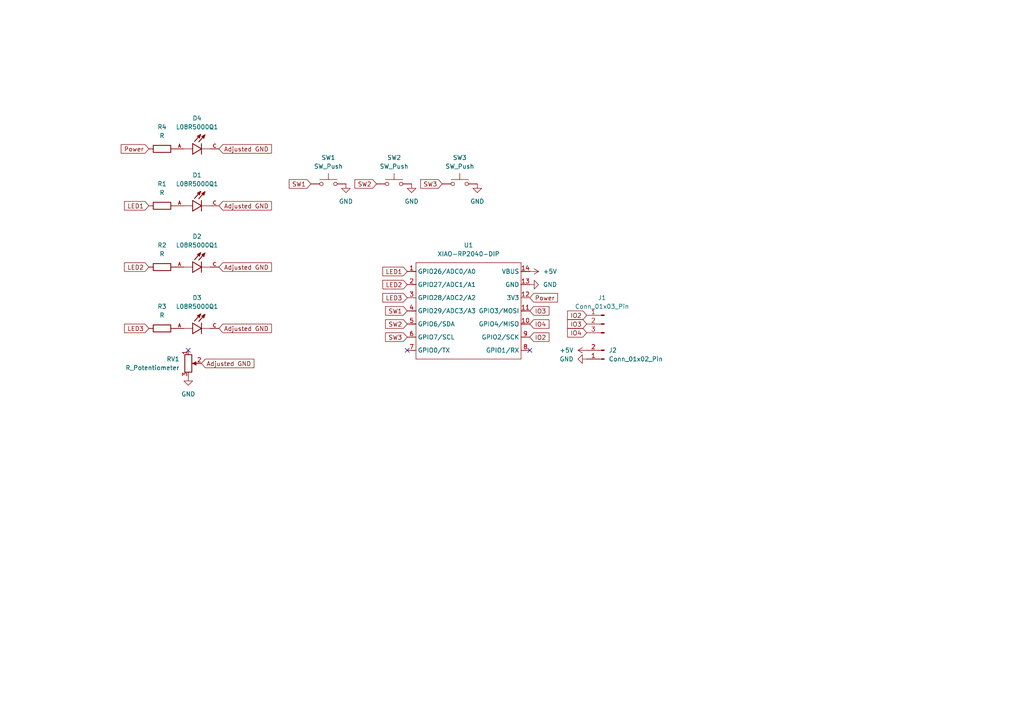
<source format=kicad_sch>
(kicad_sch (version 20250114) (generator "eeschema") (generator_version "9.0")
  (paper "A4")
  (lib_symbols
    (symbol "Connector:Conn_01x02_Pin" (pin_names (offset 1.016) (hide yes))
      (property "Reference" "J" (at 0 2.54 0))
      (property "Value" "Conn_01x02_Pin" (at 0 -5.08 0))
      (symbol "Conn_01x02_Pin_1_1"
        (rectangle (start 0.8636 0.127) (end 0 -0.127) (stroke (width 0.1524)) (fill (type outline)))
        (rectangle (start 0.8636 -2.413) (end 0 -2.667) (stroke (width 0.1524)) (fill (type outline)))
        (polyline (pts (xy 1.27 0) (xy 0.8636 0)) (stroke (width 0.1524)))
        (polyline (pts (xy 1.27 -2.54) (xy 0.8636 -2.54)) (stroke (width 0.1524)))
        (pin passive line (at 5.08 0 180) (length 3.81) (name "Pin_1") (number "1"))
        (pin passive line (at 5.08 -2.54 180) (length 3.81) (name "Pin_2") (number "2"))
      )
    )
    (symbol "Connector:Conn_01x03_Pin" (pin_names (offset 1.016) (hide yes))
      (property "Reference" "J" (at 0 5.08 0))
      (property "Value" "Conn_01x03_Pin" (at 0 -5.08 0))
      (symbol "Conn_01x03_Pin_1_1"
        (rectangle (start 0.8636 2.667) (end 0 2.413) (stroke (width 0.1524)) (fill (type outline)))
        (rectangle (start 0.8636 0.127) (end 0 -0.127) (stroke (width 0.1524)) (fill (type outline)))
        (rectangle (start 0.8636 -2.413) (end 0 -2.667) (stroke (width 0.1524)) (fill (type outline)))
        (polyline (pts (xy 1.27 2.54) (xy 0.8636 2.54)) (stroke (width 0.1524)))
        (polyline (pts (xy 1.27 0) (xy 0.8636 0)) (stroke (width 0.1524)))
        (polyline (pts (xy 1.27 -2.54) (xy 0.8636 -2.54)) (stroke (width 0.1524)))
        (pin passive line (at 5.08 2.54 180) (length 3.81) (name "Pin_1") (number "1"))
        (pin passive line (at 5.08 0 180) (length 3.81) (name "Pin_2") (number "2"))
        (pin passive line (at 5.08 -2.54 180) (length 3.81) (name "Pin_3") (number "3"))
      )
    )
    (symbol "Device:R" (pin_numbers (hide yes)) (pin_names (offset 0))
      (property "Reference" "R" (at 2.032 0 90))
      (property "Value" "R" (at 0 0 90))
      (symbol "R_0_1"
        (rectangle (start -1.016 -2.54) (end 1.016 2.54) (stroke (width 0.254)))
      )
      (symbol "R_1_1"
        (pin passive line (at 0 3.81 270) (length 1.27) (name "~") (number "1"))
        (pin passive line (at 0 -3.81 90) (length 1.27) (name "~") (number "2"))
      )
    )
    (symbol "Device:R_Potentiometer" (pin_names (offset 1.016) (hide yes))
      (property "Reference" "RV" (at -4.445 0 90))
      (property "Value" "R_Potentiometer" (at -2.54 0 90))
      (symbol "R_Potentiometer_0_1"
        (rectangle (start 1.016 2.54) (end -1.016 -2.54) (stroke (width 0.254)))
        (polyline (pts (xy 1.143 0) (xy 2.286 0.508) (xy 2.286 -0.508) (xy 1.143 0)) (fill (type outline)))
        (polyline (pts (xy 2.54 0) (xy 1.524 0)))
      )
      (symbol "R_Potentiometer_1_1"
        (pin passive line (at 0 3.81 270) (length 1.27) (name "1") (number "1"))
        (pin passive line (at 0 -3.81 90) (length 1.27) (name "3") (number "3"))
        (pin passive line (at 3.81 0 180) (length 1.27) (name "2") (number "2"))
      )
    )
    (symbol "L08R5000Q1:L08R5000Q1" (pin_names (offset 1.016))
      (property "Reference" "D" (at -3.0988 4.4958 0))
      (property "Value" "L08R5000Q1" (at -3.556 -3.302 0))
      (symbol "L08R5000Q1_0_0"
        (polyline (pts (xy -2.54 1.524) (xy -2.54 0)) (stroke (width 0.254)))
        (polyline (pts (xy -2.54 0) (xy -5.08 0)) (stroke (width 0.1524)))
        (polyline (pts (xy -2.54 0) (xy -2.54 -1.524)) (stroke (width 0.254)))
        (polyline (pts (xy -2.54 -1.524) (xy 0 0)) (stroke (width 0.254)))
        (polyline (pts (xy -1.1176 3.683) (xy -0.2286 4.1656)) (stroke (width 0.254)))
        (polyline (pts (xy -0.9398 3.6068) (xy -0.7112 3.7592)) (stroke (width 0.254)))
        (polyline (pts (xy -0.5588 3.2004) (xy -1.1176 3.683)) (stroke (width 0.254)))
        (polyline (pts (xy -0.5588 3.2004) (xy -0.5334 3.937)) (stroke (width 0.254)))
        (polyline (pts (xy -0.5334 3.937) (xy -0.6604 3.937)) (stroke (width 0.254)))
        (polyline (pts (xy -0.2286 4.1656) (xy -2.0066 2.1336)) (stroke (width 0.254)))
        (polyline (pts (xy -0.2286 4.1656) (xy -0.5588 3.2004)) (stroke (width 0.254)))
        (polyline (pts (xy 0 1.524) (xy 0 0)) (stroke (width 0.254)))
        (polyline (pts (xy 0 0) (xy -2.54 1.524)) (stroke (width 0.254)))
        (polyline (pts (xy 0 0) (xy 0 -1.524)) (stroke (width 0.254)))
        (polyline (pts (xy 0.127 3.5814) (xy 1.016 4.064)) (stroke (width 0.254)))
        (polyline (pts (xy 0.3048 3.5052) (xy 0.5334 3.6576)) (stroke (width 0.254)))
        (polyline (pts (xy 0.6858 3.0988) (xy 0.127 3.5814)) (stroke (width 0.254)))
        (polyline (pts (xy 0.6858 3.0988) (xy 0.7112 3.8354)) (stroke (width 0.254)))
        (polyline (pts (xy 0.7112 3.8354) (xy 0.5842 3.8354)) (stroke (width 0.254)))
        (polyline (pts (xy 1.016 4.064) (xy -0.762 2.032)) (stroke (width 0.254)))
        (polyline (pts (xy 1.016 4.064) (xy 0.6858 3.0988)) (stroke (width 0.254)))
        (polyline (pts (xy 2.54 0) (xy 0 0)) (stroke (width 0.1524)))
        (pin passive line (at -7.62 0 0) (length 2.54) (name "~") (number "A"))
        (pin passive line (at 5.08 0 180) (length 2.54) (name "~") (number "C"))
      )
    )
    (symbol "Seeed_Studio_XIAO_Series:XIAO-RP2040-DIP"
      (property "Reference" "U" (at 0 0 0))
      (property "Value" "XIAO-RP2040-DIP" (at 5.334 -1.778 0))
      (symbol "XIAO-RP2040-DIP_1_0"
        (polyline (pts (xy -1.27 -2.54) (xy 29.21 -2.54)) (stroke (width 0.1524)))
        (polyline (pts (xy -1.27 -5.08) (xy -2.54 -5.08)) (stroke (width 0.1524)))
        (polyline (pts (xy -1.27 -5.08) (xy -1.27 -2.54)) (stroke (width 0.1524)))
        (polyline (pts (xy -1.27 -8.89) (xy -2.54 -8.89)) (stroke (width 0.1524)))
        (polyline (pts (xy -1.27 -8.89) (xy -1.27 -5.08)) (stroke (width 0.1524)))
        (polyline (pts (xy -1.27 -12.7) (xy -2.54 -12.7)) (stroke (width 0.1524)))
        (polyline (pts (xy -1.27 -12.7) (xy -1.27 -8.89)) (stroke (width 0.1524)))
        (polyline (pts (xy -1.27 -16.51) (xy -2.54 -16.51)) (stroke (width 0.1524)))
        (polyline (pts (xy -1.27 -16.51) (xy -1.27 -12.7)) (stroke (width 0.1524)))
        (polyline (pts (xy -1.27 -20.32) (xy -2.54 -20.32)) (stroke (width 0.1524)))
        (polyline (pts (xy -1.27 -24.13) (xy -2.54 -24.13)) (stroke (width 0.1524)))
        (polyline (pts (xy -1.27 -27.94) (xy -2.54 -27.94)) (stroke (width 0.1524)))
        (polyline (pts (xy -1.27 -30.48) (xy -1.27 -16.51)) (stroke (width 0.1524)))
        (polyline (pts (xy 29.21 -2.54) (xy 29.21 -5.08)) (stroke (width 0.1524)))
        (polyline (pts (xy 29.21 -5.08) (xy 29.21 -8.89)) (stroke (width 0.1524)))
        (polyline (pts (xy 29.21 -8.89) (xy 29.21 -12.7)) (stroke (width 0.1524)))
        (polyline (pts (xy 29.21 -12.7) (xy 29.21 -30.48)) (stroke (width 0.1524)))
        (polyline (pts (xy 29.21 -30.48) (xy -1.27 -30.48)) (stroke (width 0.1524)))
        (polyline (pts (xy 30.48 -5.08) (xy 29.21 -5.08)) (stroke (width 0.1524)))
        (polyline (pts (xy 30.48 -8.89) (xy 29.21 -8.89)) (stroke (width 0.1524)))
        (polyline (pts (xy 30.48 -12.7) (xy 29.21 -12.7)) (stroke (width 0.1524)))
        (polyline (pts (xy 30.48 -16.51) (xy 29.21 -16.51)) (stroke (width 0.1524)))
        (polyline (pts (xy 30.48 -20.32) (xy 29.21 -20.32)) (stroke (width 0.1524)))
        (polyline (pts (xy 30.48 -24.13) (xy 29.21 -24.13)) (stroke (width 0.1524)))
        (polyline (pts (xy 30.48 -27.94) (xy 29.21 -27.94)) (stroke (width 0.1524)))
        (pin passive line (at -3.81 -5.08 0) (length 2.54) (name "GPIO26/ADC0/A0") (number "1"))
        (pin passive line (at -3.81 -8.89 0) (length 2.54) (name "GPIO27/ADC1/A1") (number "2"))
        (pin passive line (at -3.81 -12.7 0) (length 2.54) (name "GPIO28/ADC2/A2") (number "3"))
        (pin passive line (at -3.81 -16.51 0) (length 2.54) (name "GPIO29/ADC3/A3") (number "4"))
        (pin passive line (at -3.81 -20.32 0) (length 2.54) (name "GPIO6/SDA") (number "5"))
        (pin passive line (at -3.81 -24.13 0) (length 2.54) (name "GPIO7/SCL") (number "6"))
        (pin passive line (at -3.81 -27.94 0) (length 2.54) (name "GPIO0/TX") (number "7"))
        (pin passive line (at 31.75 -5.08 180) (length 2.54) (name "VBUS") (number "14"))
        (pin passive line (at 31.75 -8.89 180) (length 2.54) (name "GND") (number "13"))
        (pin passive line (at 31.75 -12.7 180) (length 2.54) (name "3V3") (number "12"))
        (pin passive line (at 31.75 -16.51 180) (length 2.54) (name "GPIO3/MOSI") (number "11"))
        (pin passive line (at 31.75 -20.32 180) (length 2.54) (name "GPIO4/MISO") (number "10"))
        (pin passive line (at 31.75 -24.13 180) (length 2.54) (name "GPIO2/SCK") (number "9"))
        (pin passive line (at 31.75 -27.94 180) (length 2.54) (name "GPIO1/RX") (number "8"))
      )
    )
    (symbol "Switch:SW_Push" (pin_numbers (hide yes)) (pin_names (offset 1.016) (hide yes))
      (property "Reference" "SW" (at 1.27 2.54 0))
      (property "Value" "SW_Push" (at 0 -1.524 0))
      (symbol "SW_Push_0_1"
        (circle (center -2.032 0) (radius 0.508))
        (polyline (pts (xy 0 1.27) (xy 0 3.048)))
        (circle (center 2.032 0) (radius 0.508))
        (polyline (pts (xy 2.54 1.27) (xy -2.54 1.27)))
        (pin passive line (at -5.08 0 0) (length 2.54) (name "1") (number "1"))
        (pin passive line (at 5.08 0 180) (length 2.54) (name "2") (number "2"))
      )
    )
    (symbol "power:+5V" (power) (pin_numbers (hide yes)) (pin_names (offset 0) (hide yes))
      (property "Value" "+5V" (at 0 3.556 0))
      (symbol "+5V_0_1"
        (polyline (pts (xy -0.762 1.27) (xy 0 2.54)))
        (polyline (pts (xy 0 2.54) (xy 0.762 1.27)))
        (polyline (pts (xy 0 0) (xy 0 2.54)))
      )
      (symbol "+5V_1_1"
        (pin power_in line (at 0 0 90) (length 0) (name "~") (number "1"))
      )
    )
    (symbol "power:GND" (power) (pin_numbers (hide yes)) (pin_names (offset 0) (hide yes))
      (property "Value" "GND" (at 0 -3.81 0))
      (symbol "GND_0_1"
        (polyline (pts (xy 0 0) (xy 0 -1.27) (xy 1.27 -1.27) (xy 0 -2.54) (xy -1.27 -1.27) (xy 0 -1.27)))
      )
      (symbol "GND_1_1"
        (pin power_in line (at 0 0 270) (length 0) (name "~") (number "1"))
      )
    )
  )
  (no_connect (at 118.11 101.6))
  (no_connect (at 54.61 101.6))
  (no_connect (at 153.67 101.6))
  (global_label "SW1" (shape input) (at 90.17 53.34 180) (property "Intersheetrefs" "${INTERSHEET_REFS}" (effects (hide yes))))
  (global_label "SW2" (shape input) (at 118.11 93.98 180) (property "Intersheetrefs" "${INTERSHEET_REFS}" (effects (hide yes))))
  (global_label "SW1" (shape input) (at 118.11 90.17 180) (property "Intersheetrefs" "${INTERSHEET_REFS}" (effects (hide yes))))
  (global_label "IO4" (shape input) (at 153.67 93.98 0) (property "Intersheetrefs" "${INTERSHEET_REFS}" (effects (hide yes))))
  (global_label "IO4" (shape input) (at 170.18 96.52 180) (property "Intersheetrefs" "${INTERSHEET_REFS}" (effects (hide yes))))
  (global_label "IO2" (shape input) (at 153.67 97.79 0) (property "Intersheetrefs" "${INTERSHEET_REFS}" (effects (hide yes))))
  (global_label "Power" (shape input) (at 153.67 86.36 0) (property "Intersheetrefs" "${INTERSHEET_REFS}" (effects (hide yes))))
  (global_label "SW3" (shape input) (at 128.27 53.34 180) (property "Intersheetrefs" "${INTERSHEET_REFS}" (effects (hide yes))))
  (global_label "LED1" (shape input) (at 43.18 59.69 180) (property "Intersheetrefs" "${INTERSHEET_REFS}" (effects (hide yes))))
  (global_label "Adjusted GND" (shape input) (at 63.5 59.69 0) (property "Intersheetrefs" "${INTERSHEET_REFS}" (effects (hide yes))))
  (global_label "SW2" (shape input) (at 109.22 53.34 180) (property "Intersheetrefs" "${INTERSHEET_REFS}" (effects (hide yes))))
  (global_label "IO3" (shape input) (at 153.67 90.17 0) (property "Intersheetrefs" "${INTERSHEET_REFS}" (effects (hide yes))))
  (global_label "SW3" (shape input) (at 118.11 97.79 180) (property "Intersheetrefs" "${INTERSHEET_REFS}" (effects (hide yes))))
  (global_label "Adjusted GND" (shape input) (at 63.5 77.47 0) (property "Intersheetrefs" "${INTERSHEET_REFS}" (effects (hide yes))))
  (global_label "Adjusted GND" (shape input) (at 63.5 95.25 0) (property "Intersheetrefs" "${INTERSHEET_REFS}" (effects (hide yes))))
  (global_label "Adjusted GND" (shape input) (at 58.42 105.41 0) (property "Intersheetrefs" "${INTERSHEET_REFS}" (effects (hide yes))))
  (global_label "IO2" (shape input) (at 170.18 91.44 180) (property "Intersheetrefs" "${INTERSHEET_REFS}" (effects (hide yes))))
  (global_label "IO3" (shape input) (at 170.18 93.98 180) (property "Intersheetrefs" "${INTERSHEET_REFS}" (effects (hide yes))))
  (global_label "Power" (shape input) (at 43.18 43.18 180) (property "Intersheetrefs" "${INTERSHEET_REFS}" (effects (hide yes))))
  (global_label "LED2" (shape input) (at 43.18 77.47 180) (property "Intersheetrefs" "${INTERSHEET_REFS}" (effects (hide yes))))
  (global_label "Adjusted GND" (shape input) (at 63.5 43.18 0) (property "Intersheetrefs" "${INTERSHEET_REFS}" (effects (hide yes))))
  (global_label "LED1" (shape input) (at 118.11 78.74 180) (property "Intersheetrefs" "${INTERSHEET_REFS}" (effects (hide yes))))
  (global_label "LED2" (shape input) (at 118.11 82.55 180) (property "Intersheetrefs" "${INTERSHEET_REFS}" (effects (hide yes))))
  (global_label "LED3" (shape input) (at 118.11 86.36 180) (property "Intersheetrefs" "${INTERSHEET_REFS}" (effects (hide yes))))
  (global_label "LED3" (shape input) (at 43.18 95.25 180) (property "Intersheetrefs" "${INTERSHEET_REFS}" (effects (hide yes))))
  (symbol (lib_id "L08R5000Q1:L08R5000Q1") (at 58.42 43.18 0) (unit 1)
    (property "Reference" "D4" (at 57.15 34.29 0))
    (property "Value" "L08R5000Q1" (at 57.15 36.83 0))
    (property "Footprint" "footprints:LEDRD254W57D500H1070" (effects (hide yes)))
    (property "MF" "LED Technology" (effects (hide yes)))
    (property "MAXIMUM_PACKAGE_HEIGHT" "10.7mm" (effects (hide yes)))
    (property "Package" "None" (effects (hide yes)))
    (property "Price" "None" (effects (hide yes)))
    (property "Check_prices" "https://www.snapeda.com/parts/L08R5000Q1/LED+Technology/view-part/?ref=eda" (effects (hide yes)))
    (property "STANDARD" "IPC-7351B" (effects (hide yes)))
    (property "PARTREV" "NA" (effects (hide yes)))
    (property "SnapEDA_Link" "https://www.snapeda.com/parts/L08R5000Q1/LED+Technology/view-part/?ref=snap" (effects (hide yes)))
    (property "MP" "L08R5000Q1" (effects (hide yes)))
    (property "Description_1" "LED, 5MM, ORANGE; LED / Lamp Size: 5mm / T-1 3/4; LED Colour: Orange; Typ Luminous Intensity: 4.3mcd; Viewing Angle: ..." (effects (hide yes)))
    (property "Availability" "Not in stock" (effects (hide yes)))
    (property "MANUFACTURER" "LED TECHNOLOGY" (effects (hide yes)))
  )
  (symbol (lib_id "Device:R") (at 46.99 59.69 90) (unit 1)
    (property "Reference" "R1" (at 46.99 53.34 90))
    (property "Value" "R" (at 46.99 55.88 90))
    (property "Footprint" "Resistor_THT:R_Axial_DIN0204_L3.6mm_D1.6mm_P5.08mm_Horizontal" (effects (hide yes)))
    (property "Description" "Resistor" (effects (hide yes)))
  )
  (symbol (lib_id "Switch:SW_Push") (at 133.35 53.34 0) (unit 1)
    (property "Reference" "SW3" (at 133.35 45.72 0))
    (property "Value" "SW_Push" (at 133.35 48.26 0))
    (property "Footprint" "Button_Switch_Keyboard:SW_Cherry_MX_1.00u_PCB" (effects (hide yes)))
    (property "Description" "Push button switch, generic, two pins" (effects (hide yes)))
  )
  (symbol (lib_id "L08R5000Q1:L08R5000Q1") (at 58.42 95.25 0) (unit 1)
    (property "Reference" "D3" (at 57.15 86.36 0))
    (property "Value" "L08R5000Q1" (at 57.15 88.9 0))
    (property "Footprint" "footprints:LEDRD254W57D500H1070" (effects (hide yes)))
    (property "MF" "LED Technology" (effects (hide yes)))
    (property "MAXIMUM_PACKAGE_HEIGHT" "10.7mm" (effects (hide yes)))
    (property "Package" "None" (effects (hide yes)))
    (property "Price" "None" (effects (hide yes)))
    (property "Check_prices" "https://www.snapeda.com/parts/L08R5000Q1/LED+Technology/view-part/?ref=eda" (effects (hide yes)))
    (property "STANDARD" "IPC-7351B" (effects (hide yes)))
    (property "PARTREV" "NA" (effects (hide yes)))
    (property "SnapEDA_Link" "https://www.snapeda.com/parts/L08R5000Q1/LED+Technology/view-part/?ref=snap" (effects (hide yes)))
    (property "MP" "L08R5000Q1" (effects (hide yes)))
    (property "Description_1" "LED, 5MM, ORANGE; LED / Lamp Size: 5mm / T-1 3/4; LED Colour: Orange; Typ Luminous Intensity: 4.3mcd; Viewing Angle: ..." (effects (hide yes)))
    (property "Availability" "Not in stock" (effects (hide yes)))
    (property "MANUFACTURER" "LED TECHNOLOGY" (effects (hide yes)))
  )
  (symbol (lib_id "Connector:Conn_01x02_Pin") (at 175.26 104.14 180) (unit 1)
    (property "Reference" "J2" (at 176.53 101.5999 0) (effects (justify right)))
    (property "Value" "Conn_01x02_Pin" (at 176.53 104.1399 0) (effects (justify right)))
    (property "Footprint" "Connector_PinHeader_2.54mm:PinHeader_1x02_P2.54mm_Vertical" (effects (hide yes)))
    (property "Description" "Generic connector, single row, 01x02, script generated" (effects (hide yes)))
  )
  (symbol (lib_id "Device:R_Potentiometer") (at 54.61 105.41 0) (unit 1)
    (property "Reference" "RV1" (at 52.07 104.1399 0) (effects (justify right)))
    (property "Value" "R_Potentiometer" (at 52.07 106.6799 0) (effects (justify right)))
    (property "Footprint" "Potentiometer_THT:Potentiometer_Vishay_T73YP_Vertical" (effects (hide yes)))
    (property "Description" "Potentiometer" (effects (hide yes)))
  )
  (symbol (lib_id "L08R5000Q1:L08R5000Q1") (at 58.42 59.69 0) (unit 1)
    (property "Reference" "D1" (at 57.15 50.8 0))
    (property "Value" "L08R5000Q1" (at 57.15 53.34 0))
    (property "Footprint" "footprints:LEDRD254W57D500H1070" (effects (hide yes)))
    (property "MF" "LED Technology" (effects (hide yes)))
    (property "MAXIMUM_PACKAGE_HEIGHT" "10.7mm" (effects (hide yes)))
    (property "Package" "None" (effects (hide yes)))
    (property "Price" "None" (effects (hide yes)))
    (property "Check_prices" "https://www.snapeda.com/parts/L08R5000Q1/LED+Technology/view-part/?ref=eda" (effects (hide yes)))
    (property "STANDARD" "IPC-7351B" (effects (hide yes)))
    (property "PARTREV" "NA" (effects (hide yes)))
    (property "SnapEDA_Link" "https://www.snapeda.com/parts/L08R5000Q1/LED+Technology/view-part/?ref=snap" (effects (hide yes)))
    (property "MP" "L08R5000Q1" (effects (hide yes)))
    (property "Description_1" "LED, 5MM, ORANGE; LED / Lamp Size: 5mm / T-1 3/4; LED Colour: Orange; Typ Luminous Intensity: 4.3mcd; Viewing Angle: ..." (effects (hide yes)))
    (property "Availability" "Not in stock" (effects (hide yes)))
    (property "MANUFACTURER" "LED TECHNOLOGY" (effects (hide yes)))
  )
  (symbol (lib_id "Switch:SW_Push") (at 95.25 53.34 0) (unit 1)
    (property "Reference" "SW1" (at 95.25 45.72 0))
    (property "Value" "SW_Push" (at 95.25 48.26 0))
    (property "Footprint" "Button_Switch_Keyboard:SW_Cherry_MX_1.00u_PCB" (effects (hide yes)))
    (property "Description" "Push button switch, generic, two pins" (effects (hide yes)))
  )
  (symbol (lib_id "Connector:Conn_01x03_Pin") (at 175.26 93.98 0) (mirror y) (unit 1)
    (property "Reference" "J1" (at 174.625 86.36 0))
    (property "Value" "Conn_01x03_Pin" (at 174.625 88.9 0))
    (property "Footprint" "Connector_PinHeader_2.54mm:PinHeader_1x03_P2.54mm_Vertical" (effects (hide yes)))
    (property "Description" "Generic connector, single row, 01x03, script generated" (effects (hide yes)))
  )
  (symbol (lib_id "power:GND") (at 100.33 53.34 0) (unit 1)
    (property "Reference" "#PWR01" (effects (hide yes)))
    (property "Value" "GND" (at 100.33 58.42 0))
    (property "Description" "Power symbol creates a global label with name \"GND\" , ground" (effects (hide yes)))
  )
  (symbol (lib_id "L08R5000Q1:L08R5000Q1") (at 58.42 77.47 0) (unit 1)
    (property "Reference" "D2" (at 57.15 68.58 0))
    (property "Value" "L08R5000Q1" (at 57.15 71.12 0))
    (property "Footprint" "footprints:LEDRD254W57D500H1070" (effects (hide yes)))
    (property "MF" "LED Technology" (effects (hide yes)))
    (property "MAXIMUM_PACKAGE_HEIGHT" "10.7mm" (effects (hide yes)))
    (property "Package" "None" (effects (hide yes)))
    (property "Price" "None" (effects (hide yes)))
    (property "Check_prices" "https://www.snapeda.com/parts/L08R5000Q1/LED+Technology/view-part/?ref=eda" (effects (hide yes)))
    (property "STANDARD" "IPC-7351B" (effects (hide yes)))
    (property "PARTREV" "NA" (effects (hide yes)))
    (property "SnapEDA_Link" "https://www.snapeda.com/parts/L08R5000Q1/LED+Technology/view-part/?ref=snap" (effects (hide yes)))
    (property "MP" "L08R5000Q1" (effects (hide yes)))
    (property "Description_1" "LED, 5MM, ORANGE; LED / Lamp Size: 5mm / T-1 3/4; LED Colour: Orange; Typ Luminous Intensity: 4.3mcd; Viewing Angle: ..." (effects (hide yes)))
    (property "Availability" "Not in stock" (effects (hide yes)))
    (property "MANUFACTURER" "LED TECHNOLOGY" (effects (hide yes)))
  )
  (symbol (lib_id "Device:R") (at 46.99 77.47 90) (unit 1)
    (property "Reference" "R2" (at 46.99 71.12 90))
    (property "Value" "R" (at 46.99 73.66 90))
    (property "Footprint" "Resistor_THT:R_Axial_DIN0204_L3.6mm_D1.6mm_P5.08mm_Horizontal" (effects (hide yes)))
    (property "Description" "Resistor" (effects (hide yes)))
  )
  (symbol (lib_id "Seeed_Studio_XIAO_Series:XIAO-RP2040-DIP") (at 121.92 73.66 0) (unit 1)
    (property "Reference" "U1" (at 135.89 71.12 0))
    (property "Value" "XIAO-RP2040-DIP" (at 135.89 73.66 0))
    (property "Footprint" "footprints:XIAO-RP2040-DIP" (effects (hide yes)))
  )
  (symbol (lib_id "Device:R") (at 46.99 95.25 90) (unit 1)
    (property "Reference" "R3" (at 46.99 88.9 90))
    (property "Value" "R" (at 46.99 91.44 90))
    (property "Footprint" "Resistor_THT:R_Axial_DIN0204_L3.6mm_D1.6mm_P5.08mm_Horizontal" (effects (hide yes)))
    (property "Description" "Resistor" (effects (hide yes)))
  )
  (symbol (lib_id "power:GND") (at 119.38 53.34 0) (unit 1)
    (property "Reference" "#PWR02" (effects (hide yes)))
    (property "Value" "GND" (at 119.38 58.42 0))
    (property "Description" "Power symbol creates a global label with name \"GND\" , ground" (effects (hide yes)))
  )
  (symbol (lib_id "power:GND") (at 170.18 104.14 270) (unit 1)
    (property "Reference" "#PWR09" (effects (hide yes)))
    (property "Value" "GND" (at 166.37 104.1399 90) (effects (justify right)))
    (property "Description" "Power symbol creates a global label with name \"GND\" , ground" (effects (hide yes)))
  )
  (symbol (lib_id "power:GND") (at 138.43 53.34 0) (unit 1)
    (property "Reference" "#PWR03" (effects (hide yes)))
    (property "Value" "GND" (at 138.43 58.42 0))
    (property "Description" "Power symbol creates a global label with name \"GND\" , ground" (effects (hide yes)))
  )
  (symbol (lib_id "power:+5V") (at 170.18 101.6 90) (unit 1)
    (property "Reference" "#PWR011" (effects (hide yes)))
    (property "Value" "+5V" (at 166.37 101.5999 90) (effects (justify left)))
    (property "Description" "Power symbol creates a global label with name \"+5V\"" (effects (hide yes)))
  )
  (symbol (lib_id "power:+5V") (at 153.67 78.74 270) (unit 1)
    (property "Reference" "#PWR010" (effects (hide yes)))
    (property "Value" "+5V" (at 157.48 78.7399 90) (effects (justify left)))
    (property "Description" "Power symbol creates a global label with name \"+5V\"" (effects (hide yes)))
  )
  (symbol (lib_id "power:GND") (at 54.61 109.22 0) (unit 1)
    (property "Reference" "#PWR04" (effects (hide yes)))
    (property "Value" "GND" (at 54.61 114.3 0))
    (property "Description" "Power symbol creates a global label with name \"GND\" , ground" (effects (hide yes)))
  )
  (symbol (lib_id "Device:R") (at 46.99 43.18 90) (unit 1)
    (property "Reference" "R4" (at 46.99 36.83 90))
    (property "Value" "R" (at 46.99 39.37 90))
    (property "Footprint" "Resistor_THT:R_Axial_DIN0204_L3.6mm_D1.6mm_P5.08mm_Horizontal" (effects (hide yes)))
    (property "Description" "Resistor" (effects (hide yes)))
  )
  (symbol (lib_id "power:GND") (at 153.67 82.55 90) (unit 1)
    (property "Reference" "#PWR07" (effects (hide yes)))
    (property "Value" "GND" (at 157.48 82.5499 90) (effects (justify right)))
    (property "Description" "Power symbol creates a global label with name \"GND\" , ground" (effects (hide yes)))
  )
  (symbol (lib_id "Switch:SW_Push") (at 114.3 53.34 0) (unit 1)
    (property "Reference" "SW2" (at 114.3 45.72 0))
    (property "Value" "SW_Push" (at 114.3 48.26 0))
    (property "Footprint" "Button_Switch_Keyboard:SW_Cherry_MX_1.00u_PCB" (effects (hide yes)))
    (property "Description" "Push button switch, generic, two pins" (effects (hide yes)))
  )
)
</source>
